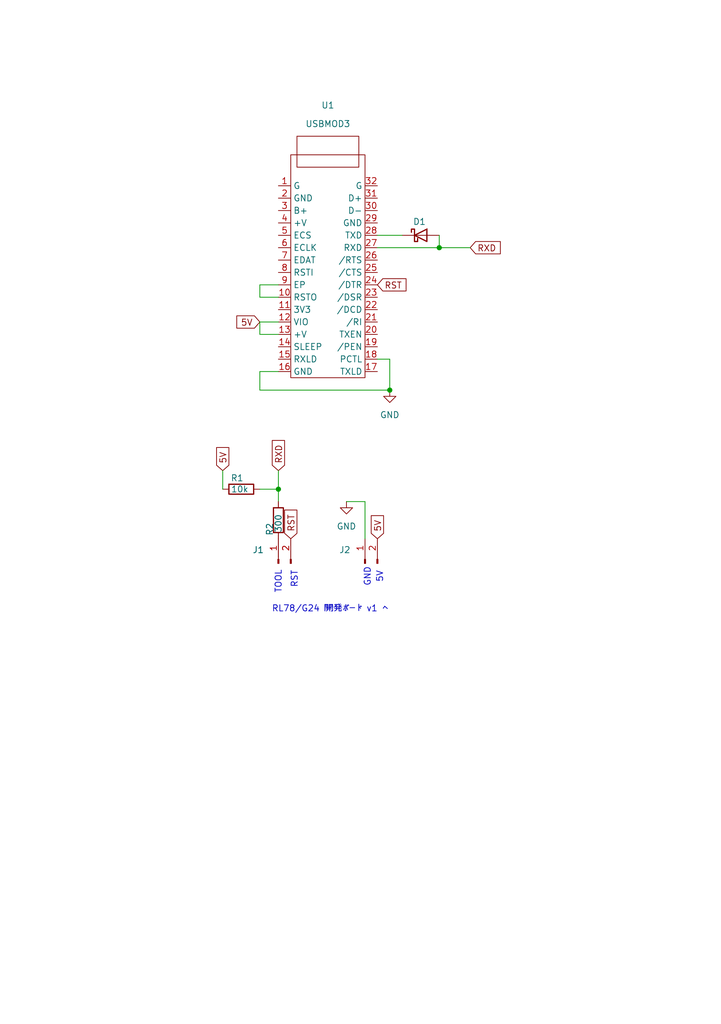
<source format=kicad_sch>
(kicad_sch (version 20250114) (generator "eeschema") (generator_version "9.0")
  (paper "A5" portrait)
  (lib_symbols
    (symbol "0Ore:USBMOD3"
      (property "Reference" "U" (at 0 0 0))
      (symbol "USBMOD3_0_1"
        (rectangle (start -7.62 46.99) (end 7.62 1.27))
        (rectangle (start -6.35 50.8) (end 6.35 44.45))
      )
      (symbol "USBMOD3_1_1"
        (pin unspecified line (at -10.16 40.64 0) (length 2.54) (name "G") (number "1"))
        (pin unspecified line (at -10.16 38.1 0) (length 2.54) (name "GND") (number "2"))
        (pin unspecified line (at -10.16 35.56 0) (length 2.54) (name "B+") (number "3"))
        (pin unspecified line (at -10.16 33.02 0) (length 2.54) (name "+V") (number "4"))
        (pin unspecified line (at -10.16 30.48 0) (length 2.54) (name "ECS") (number "5"))
        (pin unspecified line (at -10.16 27.94 0) (length 2.54) (name "ECLK") (number "6"))
        (pin unspecified line (at -10.16 25.4 0) (length 2.54) (name "EDAT") (number "7"))
        (pin unspecified line (at -10.16 22.86 0) (length 2.54) (name "RSTI") (number "8"))
        (pin unspecified line (at -10.16 20.32 0) (length 2.54) (name "EP") (number "9"))
        (pin unspecified line (at -10.16 17.78 0) (length 2.54) (name "RSTO") (number "10"))
        (pin unspecified line (at -10.16 15.24 0) (length 2.54) (name "3V3") (number "11"))
        (pin unspecified line (at -10.16 12.7 0) (length 2.54) (name "VIO") (number "12"))
        (pin unspecified line (at -10.16 10.16 0) (length 2.54) (name "+V") (number "13"))
        (pin unspecified line (at -10.16 7.62 0) (length 2.54) (name "SLEEP") (number "14"))
        (pin unspecified line (at -10.16 5.08 0) (length 2.54) (name "RXLD") (number "15"))
        (pin unspecified line (at -10.16 2.54 0) (length 2.54) (name "GND") (number "16"))
        (pin unspecified line (at 10.16 40.64 180) (length 2.54) (name "G") (number "32"))
        (pin unspecified line (at 10.16 38.1 180) (length 2.54) (name "D+") (number "31"))
        (pin unspecified line (at 10.16 35.56 180) (length 2.54) (name "D-") (number "30"))
        (pin unspecified line (at 10.16 33.02 180) (length 2.54) (name "GND") (number "29"))
        (pin unspecified line (at 10.16 30.48 180) (length 2.54) (name "TXD") (number "28"))
        (pin unspecified line (at 10.16 27.94 180) (length 2.54) (name "RXD") (number "27"))
        (pin unspecified line (at 10.16 25.4 180) (length 2.54) (name "/RTS") (number "26"))
        (pin unspecified line (at 10.16 22.86 180) (length 2.54) (name "/CTS") (number "25"))
        (pin unspecified line (at 10.16 20.32 180) (length 2.54) (name "/DTR") (number "24"))
        (pin unspecified line (at 10.16 17.78 180) (length 2.54) (name "/DSR") (number "23"))
        (pin unspecified line (at 10.16 15.24 180) (length 2.54) (name "/DCD") (number "22"))
        (pin unspecified line (at 10.16 12.7 180) (length 2.54) (name "/RI") (number "21"))
        (pin unspecified line (at 10.16 10.16 180) (length 2.54) (name "TXEN") (number "20"))
        (pin unspecified line (at 10.16 7.62 180) (length 2.54) (name "/PEN") (number "19"))
        (pin unspecified line (at 10.16 5.08 180) (length 2.54) (name "PCTL") (number "18"))
        (pin unspecified line (at 10.16 2.54 180) (length 2.54) (name "TXLD") (number "17"))
      )
    )
    (symbol "Connector:Conn_01x02_Pin" (pin_names (offset 1.016) (hide yes))
      (property "Reference" "J" (at 0 2.54 0))
      (property "Value" "Conn_01x02_Pin" (at 0 -5.08 0))
      (symbol "Conn_01x02_Pin_1_1"
        (rectangle (start 0.8636 0.127) (end 0 -0.127) (stroke (width 0.1524)) (fill (type outline)))
        (rectangle (start 0.8636 -2.413) (end 0 -2.667) (stroke (width 0.1524)) (fill (type outline)))
        (polyline (pts (xy 1.27 0) (xy 0.8636 0)) (stroke (width 0.1524)))
        (polyline (pts (xy 1.27 -2.54) (xy 0.8636 -2.54)) (stroke (width 0.1524)))
        (pin passive line (at 5.08 0 180) (length 3.81) (name "Pin_1") (number "1"))
        (pin passive line (at 5.08 -2.54 180) (length 3.81) (name "Pin_2") (number "2"))
      )
    )
    (symbol "Device:D_Schottky" (pin_numbers (hide yes)) (pin_names (offset 1.016) (hide yes))
      (property "Reference" "D" (at 0 2.54 0))
      (property "Value" "D_Schottky" (at 0 -2.54 0))
      (symbol "D_Schottky_0_1"
        (polyline (pts (xy -1.905 0.635) (xy -1.905 1.27) (xy -1.27 1.27) (xy -1.27 -1.27) (xy -0.635 -1.27) (xy -0.635 -0.635)) (stroke (width 0.254)))
        (polyline (pts (xy 1.27 1.27) (xy 1.27 -1.27) (xy -1.27 0) (xy 1.27 1.27)) (stroke (width 0.254)))
        (polyline (pts (xy 1.27 0) (xy -1.27 0)))
      )
      (symbol "D_Schottky_1_1"
        (pin passive line (at -3.81 0 0) (length 2.54) (name "K") (number "1"))
        (pin passive line (at 3.81 0 180) (length 2.54) (name "A") (number "2"))
      )
    )
    (symbol "Device:R" (pin_numbers (hide yes)) (pin_names (offset 0))
      (property "Reference" "R" (at 2.032 0 90))
      (property "Value" "R" (at 0 0 90))
      (symbol "R_0_1"
        (rectangle (start -1.016 -2.54) (end 1.016 2.54) (stroke (width 0.254)))
      )
      (symbol "R_1_1"
        (pin passive line (at 0 3.81 270) (length 1.27) (name "~") (number "1"))
        (pin passive line (at 0 -3.81 90) (length 1.27) (name "~") (number "2"))
      )
    )
    (symbol "power:GND" (power) (pin_numbers (hide yes)) (pin_names (offset 0) (hide yes))
      (property "Value" "GND" (at 0 -3.81 0))
      (symbol "GND_0_1"
        (polyline (pts (xy 0 0) (xy 0 -1.27) (xy 1.27 -1.27) (xy 0 -2.54) (xy -1.27 -1.27) (xy 0 -1.27)))
      )
      (symbol "GND_1_1"
        (pin power_in line (at 0 0 270) (length 0) (name "~") (number "1"))
      )
    )
  )
  (text "TOOL" (at 57.15 119.38 90) (effects (font (size 1.27 1.27))))
  (text "RST" (at 60.452 118.872 90) (effects (font (size 1.27 1.27))))
  (text "RL78/G24 開発ボード v1 へ" (at 67.818 124.968 0) (effects (font (size 1.27 1.27))))
  (text "5V" (at 77.978 118.364 90) (effects (font (size 1.27 1.27))))
  (text "GND" (at 75.438 118.364 90) (effects (font (size 1.27 1.27))))
  (junction (at 90.17 50.8))
  (junction (at 57.15 100.33))
  (junction (at 80.01 80.01))
  (wire (pts (xy 45.72 96.52) (xy 45.72 100.33)))
  (wire (pts (xy 57.15 58.42) (xy 53.34 58.42)))
  (wire (pts (xy 53.34 58.42) (xy 53.34 60.96)))
  (wire (pts (xy 80.01 73.66) (xy 80.01 80.01)))
  (wire (pts (xy 96.52 50.8) (xy 90.17 50.8)))
  (wire (pts (xy 71.12 102.87) (xy 74.93 102.87)))
  (wire (pts (xy 53.34 80.01) (xy 53.34 76.2)))
  (wire (pts (xy 90.17 50.8) (xy 77.47 50.8)))
  (wire (pts (xy 53.34 60.96) (xy 57.15 60.96)))
  (wire (pts (xy 80.01 80.01) (xy 53.34 80.01)))
  (wire (pts (xy 77.47 73.66) (xy 80.01 73.66)))
  (wire (pts (xy 53.34 66.04) (xy 53.34 68.58)))
  (wire (pts (xy 77.47 48.26) (xy 82.55 48.26)))
  (wire (pts (xy 53.34 68.58) (xy 57.15 68.58)))
  (wire (pts (xy 90.17 48.26) (xy 90.17 50.8)))
  (wire (pts (xy 74.93 102.87) (xy 74.93 110.49)))
  (wire (pts (xy 53.34 76.2) (xy 57.15 76.2)))
  (wire (pts (xy 53.34 100.33) (xy 57.15 100.33)))
  (wire (pts (xy 57.15 100.33) (xy 57.15 102.87)))
  (wire (pts (xy 57.15 66.04) (xy 53.34 66.04)))
  (wire (pts (xy 57.15 96.52) (xy 57.15 100.33)))
  (global_label "RST" (shape input) (at 77.47 58.42 0) (property "Intersheetrefs" "${INTERSHEET_REFS}" (effects (hide yes))))
  (global_label "RXD" (shape input) (at 96.52 50.8 0) (property "Intersheetrefs" "${INTERSHEET_REFS}" (effects (hide yes))))
  (global_label "5V" (shape input) (at 53.34 66.04 180) (property "Intersheetrefs" "${INTERSHEET_REFS}" (effects (hide yes))))
  (global_label "RST" (shape input) (at 59.69 110.49 90) (property "Intersheetrefs" "${INTERSHEET_REFS}" (effects (hide yes))))
  (global_label "5V" (shape input) (at 77.47 110.49 90) (property "Intersheetrefs" "${INTERSHEET_REFS}" (effects (hide yes))))
  (global_label "5V" (shape input) (at 45.72 96.52 90) (property "Intersheetrefs" "${INTERSHEET_REFS}" (effects (hide yes))))
  (global_label "RXD" (shape input) (at 57.15 96.52 90) (property "Intersheetrefs" "${INTERSHEET_REFS}" (effects (hide yes))))
  (symbol (lib_id "power:GND") (at 80.01 80.01 0) (unit 1)
    (property "Reference" "#PWR01" (effects (hide yes)))
    (property "Value" "GND" (at 80.01 85.09 0))
    (property "Description" "Power symbol creates a global label with name \"GND\" , ground" (effects (hide yes)))
  )
  (symbol (lib_id "Connector:Conn_01x02_Pin") (at 57.15 115.57 90) (unit 1)
    (property "Reference" "J1" (at 51.816 112.776 90) (effects (justify right)))
    (property "Value" "Conn_01x02_Pin" (effects (hide yes)))
    (property "Description" "Generic connector, single row, 01x02, script generated" (effects (hide yes)))
  )
  (symbol (lib_id "Device:D_Schottky") (at 86.36 48.26 0) (unit 1)
    (property "Reference" "D1" (at 86.106 45.466 0))
    (property "Value" "D_Schottky" (effects (hide yes)))
    (property "Description" "Schottky diode" (effects (hide yes)))
  )
  (symbol (lib_id "Device:R") (at 57.15 106.68 180) (unit 1)
    (property "Reference" "R2" (at 55.372 107.188 90) (effects (justify left)))
    (property "Value" "300" (at 57.15 105.41 90) (effects (justify left)))
    (property "Description" "Resistor" (effects (hide yes)))
  )
  (symbol (lib_id "Connector:Conn_01x02_Pin") (at 74.93 115.57 90) (unit 1)
    (property "Reference" "J2" (at 69.596 112.776 90) (effects (justify right)))
    (property "Value" "Conn_01x02_Pin" (effects (hide yes)))
    (property "Description" "Generic connector, single row, 01x02, script generated" (effects (hide yes)))
  )
  (symbol (lib_id "Device:R") (at 49.53 100.33 90) (unit 1)
    (property "Reference" "R1" (at 50.038 98.044 90) (effects (justify left)))
    (property "Value" "10k" (at 51.054 100.33 90) (effects (justify left)))
    (property "Description" "Resistor" (effects (hide yes)))
  )
  (symbol (lib_id "0Ore:USBMOD3") (at 67.31 78.74 0) (unit 1)
    (property "Reference" "U1" (at 67.31 21.59 0))
    (property "Value" "USBMOD3" (at 67.31 25.4 0))
  )
  (symbol (lib_id "power:GND") (at 71.12 102.87 0) (unit 1)
    (property "Reference" "#PWR02" (effects (hide yes)))
    (property "Value" "GND" (at 71.12 107.95 0))
    (property "Description" "Power symbol creates a global label with name \"GND\" , ground" (effects (hide yes)))
  )
)
</source>
